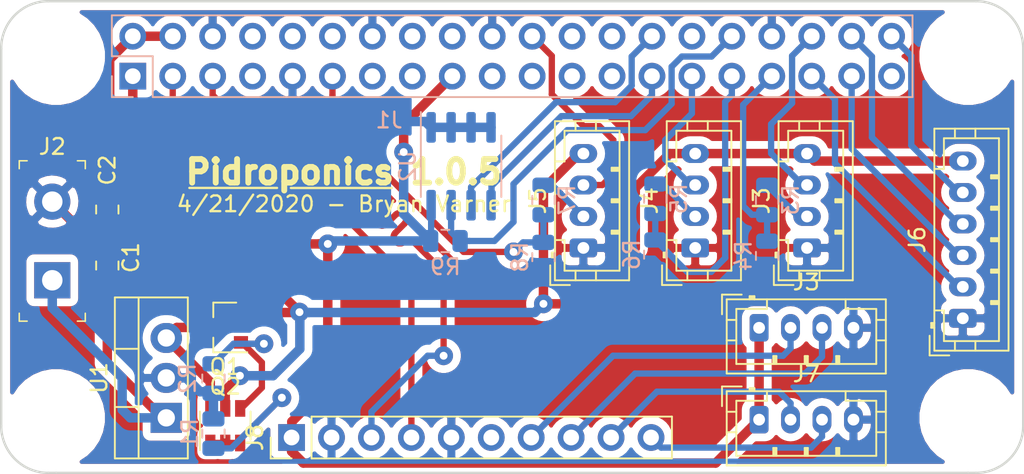
<source format=kicad_pcb>
(kicad_pcb (version 20171130) (host pcbnew 5.1.4+dfsg1-1)
  (title_block (title "Raspberry Pi Zero (W) uHAT Template Board") (date 2019-02-28) (rev 1.0) (comment 1 "This PCB design is licensed under MIT Open Source License."))
  (layers (0 F.Cu signal) (31 B.Cu signal) (34 B.Paste user) (35 F.Paste user) (36 B.SilkS user) (37 F.SilkS user) (38 B.Mask user) (39 F.Mask user) (44 Edge.Cuts user))
  (net 0 "")
  (net 1 +3V3)
  (net 2 +5V)
  (net 3 GND)
  (net 4 /GPIO5)
  (net 5 /GPIO6)
  (net 6 /GPIO13)
  (net 7 /GPIO19)
  (net 8 /GPIO16)
  (net 9 /GPIO26)
  (net 10 /GPIO20)
  (net 11 /GPIO21)
  (net 12 "Net-(C2-Pad1)")
  (net 13 "Net-(Q1-Pad1)")
  (net 14 "Net-(Q2-Pad1)")
  (net 15 /GPIO17)
  (net 16 /GPIO25)
  (net 17 /ECHO_0)
  (net 18 /ECHO_1)
  (net 19 /ECHO_2)
  (net 20 /ID_SD)
  (net 21 /ID_SC)
  (net 22 /GPIO12)
  (net 23 /P12V)
  (net 24 /GPIO2_SDA1)
  (net 25 /GPIO3_SCL1)
  (net 26 /A3)
  (net 27 /A2)
  (net 28 /A1)
  (net 29 /A0)
  (module Connector_JST:JST_PH_B4B-PH-K_1x04_P2.00mm_Vertical (layer F.Cu) (at 165.736 117.682)
    (fp_text reference J7 (at 3 -2.9) (layer F.SilkS))
    (fp_text value B4B-PH-K-S_LF__SN_)
    (pad 4 thru_hole oval (at 6 0) (size 1.2 1.75) (drill 0.75) (layers *.Cu *.Mask) (net 3 GND))
    (pad 3 thru_hole oval (at 4 0) (size 1.2 1.75) (drill 0.75) (layers *.Cu *.Mask) (net 26 /A3))
    (pad 2 thru_hole oval (at 2 0) (size 1.2 1.75) (drill 0.75) (layers *.Cu *.Mask) (net 27 /A2))
    (pad 1 thru_hole roundrect (at 0 0) (size 1.2 1.75) (drill 0.75) (layers *.Cu *.Mask) (roundrect_rratio 0.208) (net 1 +3V3))
  )
  (module Connector_JST:JST_PH_B4B-PH-K_1x04_P2.00mm_Vertical (layer F.Cu) (at 165.736 111.84)
    (fp_text reference J3 (at 3 -2.9) (layer F.SilkS))
    (fp_text value B4B-PH-K-S_LF__SN_)
    (pad 1 thru_hole roundrect (at 0 0) (size 1.2 1.75) (drill 0.75) (layers *.Cu *.Mask) (roundrect_rratio 0.208) (net 1 +3V3))
    (pad 2 thru_hole oval (at 2 0) (size 1.2 1.75) (drill 0.75) (layers *.Cu *.Mask) (net 29 /A0))
    (pad 3 thru_hole oval (at 4 0) (size 1.2 1.75) (drill 0.75) (layers *.Cu *.Mask) (net 28 /A1))
    (pad 4 thru_hole oval (at 6 0) (size 1.2 1.75) (drill 0.75) (layers *.Cu *.Mask) (net 3 GND))
  )
  (module Package_TO_SOT_SMD:SOT-23 (layer F.Cu) (at 131.782 111.818 180)
    (fp_text reference Q1 (at 0 -2.5) (layer F.SilkS))
    (fp_text value DMG2305UX-13)
    (pad 3 smd rect (at 1 0 180) (size 0.9 0.8) (layers F.Cu F.Paste F.Mask) (net 12 "Net-(C2-Pad1)"))
    (pad 2 smd rect (at -1 0.95 180) (size 0.9 0.8) (layers F.Cu F.Paste F.Mask) (net 2 +5V))
    (pad 1 smd rect (at -1 -0.95 180) (size 0.9 0.8) (layers F.Cu F.Paste F.Mask) (net 13 "Net-(Q1-Pad1)"))
  )
  (module Connector_JST:JST_PH_B4B-PH-K_1x04_P2.00mm_Vertical (layer F.Cu) (at 168.784 106.76 90)
    (fp_text reference J3 (at 3 -2.9 90) (layer F.SilkS))
    (fp_text value B4B-PH-K-S_LF__SN_)
    (pad 4 thru_hole oval (at 6 0 90) (size 1.2 1.75) (drill 0.75) (layers *.Cu *.Mask) (net 2 +5V))
    (pad 3 thru_hole oval (at 4 0 90) (size 1.2 1.75) (drill 0.75) (layers *.Cu *.Mask) (net 8 /GPIO16))
    (pad 2 thru_hole oval (at 2 0 90) (size 1.2 1.75) (drill 0.75) (layers *.Cu *.Mask) (net 17 /ECHO_0))
    (pad 1 thru_hole roundrect (at 0 0 90) (size 1.2 1.75) (drill 0.75) (layers *.Cu *.Mask) (roundrect_rratio 0.208333) (net 3 GND))
  )
  (module Connector_JST:JST_PH_B4B-PH-K_1x04_P2.00mm_Vertical (layer F.Cu) (at 154.56 106.76 90)
    (fp_text reference J5 (at 3 -2.9 90) (layer F.SilkS))
    (fp_text value B4B-PH-K-S_LF__SN_)
    (pad 4 thru_hole oval (at 6 0 90) (size 1.2 1.75) (drill 0.75) (layers *.Cu *.Mask) (net 2 +5V))
    (pad 3 thru_hole oval (at 4 0 90) (size 1.2 1.75) (drill 0.75) (layers *.Cu *.Mask) (net 16 /GPIO25))
    (pad 2 thru_hole oval (at 2 0 90) (size 1.2 1.75) (drill 0.75) (layers *.Cu *.Mask) (net 19 /ECHO_2))
    (pad 1 thru_hole roundrect (at 0 0 90) (size 1.2 1.75) (drill 0.75) (layers *.Cu *.Mask) (roundrect_rratio 0.208333) (net 3 GND))
  )
  (module Connector_JST:JST_PH_B6B-PH-K_1x06_P2.00mm_Vertical (layer F.Cu) (at 178.69 111.236 90)
    (fp_text reference J6 (at 5 -2.9 90) (layer F.SilkS))
    (fp_text value B6B-PH-K-S_LF__SN_)
    (pad 6 thru_hole oval (at 10 0 90) (size 1.2 1.75) (drill 0.75) (layers *.Cu *.Mask) (net 2 +5V))
    (pad 5 thru_hole oval (at 8 0 90) (size 1.2 1.75) (drill 0.75) (layers *.Cu *.Mask) (net 11 /GPIO21))
    (pad 4 thru_hole oval (at 6 0 90) (size 1.2 1.75) (drill 0.75) (layers *.Cu *.Mask) (net 10 /GPIO20))
    (pad 3 thru_hole oval (at 4 0 90) (size 1.2 1.75) (drill 0.75) (layers *.Cu *.Mask) (net 9 /GPIO26))
    (pad 2 thru_hole oval (at 2 0 90) (size 1.2 1.75) (drill 0.75) (layers *.Cu *.Mask) (net 7 /GPIO19))
    (pad 1 thru_hole roundrect (at 0 0 90) (size 1.2 1.75) (drill 0.75) (layers *.Cu *.Mask) (roundrect_rratio 0.208333) (net 3 GND))
  )
  (module Connector_JST:JST_PH_B4B-PH-K_1x04_P2.00mm_Vertical (layer F.Cu) (at 161.672 106.76 90)
    (fp_text reference J4 (at 3 -2.9 90) (layer F.SilkS))
    (fp_text value B4B-PH-K-S_LF__SN_)
    (pad 4 thru_hole oval (at 6 0 90) (size 1.2 1.75) (drill 0.75) (layers *.Cu *.Mask) (net 2 +5V))
    (pad 3 thru_hole oval (at 4 0 90) (size 1.2 1.75) (drill 0.75) (layers *.Cu *.Mask) (net 4 /GPIO5))
    (pad 2 thru_hole oval (at 2 0 90) (size 1.2 1.75) (drill 0.75) (layers *.Cu *.Mask) (net 18 /ECHO_1))
    (pad 1 thru_hole roundrect (at 0 0 90) (size 1.2 1.75) (drill 0.75) (layers *.Cu *.Mask) (roundrect_rratio 0.208333) (net 3 GND))
  )
  (module Package_TO_SOT_SMD:SOT-23-6 (layer F.Cu) (at 131.782 118.068 90)
    (fp_text reference Q2 (at 2.5 0 180) (layer F.SilkS))
    (fp_text value DMMT5401)
    (pad 5 smd rect (at 1.1 0 90) (size 1.06 0.65) (layers F.Cu F.Paste F.Mask) (net 2 +5V))
    (pad 6 smd rect (at 1.1 -0.95 90) (size 1.06 0.65) (layers F.Cu F.Paste F.Mask) (net 12 "Net-(C2-Pad1)"))
    (pad 4 smd rect (at 1.1 0.95 90) (size 1.06 0.65) (layers F.Cu F.Paste F.Mask) (net 13 "Net-(Q1-Pad1)"))
    (pad 3 smd rect (at -1.1 0.95 90) (size 1.06 0.65) (layers F.Cu F.Paste F.Mask) (net 14 "Net-(Q2-Pad1)"))
    (pad 2 smd rect (at -1.1 0 90) (size 1.06 0.65) (layers F.Cu F.Paste F.Mask) (net 14 "Net-(Q2-Pad1)"))
    (pad 1 smd rect (at -1.1 -0.95 90) (size 1.06 0.65) (layers F.Cu F.Paste F.Mask) (net 14 "Net-(Q2-Pad1)"))
  )
  (module Connector_PinHeader_2.54mm:PinHeader_1x10_P2.54mm_Vertical (layer F.Cu) (at 136.002 118.818 90)
    (fp_text reference J8 (at 0 -2.33 90) (layer F.SilkS))
    (fp_text value "TI ADS1115 Breakout")
    (pad 10 thru_hole oval (at 0 22.86 90) (size 1.7 1.7) (drill 1) (layers *.Cu *.Mask) (net 26 /A3))
    (pad 9 thru_hole oval (at 0 20.32 90) (size 1.7 1.7) (drill 1) (layers *.Cu *.Mask) (net 27 /A2))
    (pad 8 thru_hole oval (at 0 17.78 90) (size 1.7 1.7) (drill 1) (layers *.Cu *.Mask) (net 28 /A1))
    (pad 7 thru_hole oval (at 0 15.24 90) (size 1.7 1.7) (drill 1) (layers *.Cu *.Mask) (net 29 /A0))
    (pad 6 thru_hole oval (at 0 12.7 90) (size 1.7 1.7) (drill 1) (layers *.Cu *.Mask))
    (pad 5 thru_hole oval (at 0 10.16 90) (size 1.7 1.7) (drill 1) (layers *.Cu *.Mask) (net 3 GND))
    (pad 4 thru_hole oval (at 0 7.62 90) (size 1.7 1.7) (drill 1) (layers *.Cu *.Mask) (net 24 /GPIO2_SDA1))
    (pad 3 thru_hole oval (at 0 5.08 90) (size 1.7 1.7) (drill 1) (layers *.Cu *.Mask) (net 25 /GPIO3_SCL1))
    (pad 2 thru_hole oval (at 0 2.54 90) (size 1.7 1.7) (drill 1) (layers *.Cu *.Mask) (net 3 GND))
    (pad 1 thru_hole rect (at 0 0 90) (size 1.7 1.7) (drill 1) (layers *.Cu *.Mask) (net 1 +3V3))
  )
  (module Package_TO_SOT_THT:TO-220-3_Vertical (layer F.Cu) (at 128.032 117.568 90)
    (fp_text reference U1 (at 2.54 -4.27 90) (layer F.SilkS))
    (fp_text value LM7805_TO220)
    (pad 3 thru_hole oval (at 5.08 0 90) (size 1.905 2) (drill 1.1) (layers *.Cu *.Mask) (net 12 "Net-(C2-Pad1)"))
    (pad 2 thru_hole oval (at 2.54 0 90) (size 1.905 2) (drill 1.1) (layers *.Cu *.Mask) (net 3 GND))
    (pad 1 thru_hole rect (at 0 0 90) (size 1.905 2) (drill 1.1) (layers *.Cu *.Mask) (net 23 /P12V))
  )
  (module lib:PinSocket_2x20_P2.54mm_Vertical_Centered_Anchor (layer B.Cu) (at 125.902 95.838 270)
    (fp_text reference J1 (at 2.8 -16.3) (layer B.SilkS) (effects (justify mirror)))
    (fp_text value GPIO_CONNECTOR)
    (pad 1 thru_hole rect (at 0 0 270) (size 1.7 1.7) (drill 1) (layers *.Cu *.Mask) (net 1 +3V3))
    (pad 2 thru_hole oval (at -2.54 0 270) (size 1.7 1.7) (drill 1) (layers *.Cu *.Mask) (net 2 +5V))
    (pad 3 thru_hole oval (at 0 -2.54 270) (size 1.7 1.7) (drill 1) (layers *.Cu *.Mask) (net 24 /GPIO2_SDA1))
    (pad 4 thru_hole oval (at -2.54 -2.54 270) (size 1.7 1.7) (drill 1) (layers *.Cu *.Mask) (net 2 +5V))
    (pad 5 thru_hole oval (at 0 -5.08 270) (size 1.7 1.7) (drill 1) (layers *.Cu *.Mask) (net 25 /GPIO3_SCL1))
    (pad 6 thru_hole oval (at -2.54 -5.08 270) (size 1.7 1.7) (drill 1) (layers *.Cu *.Mask) (net 3 GND))
    (pad 7 thru_hole oval (at 0 -7.62 270) (size 1.7 1.7) (drill 1) (layers *.Cu *.Mask))
    (pad 8 thru_hole oval (at -2.54 -7.62 270) (size 1.7 1.7) (drill 1) (layers *.Cu *.Mask))
    (pad 9 thru_hole oval (at 0 -10.16 270) (size 1.7 1.7) (drill 1) (layers *.Cu *.Mask) (net 3 GND))
    (pad 10 thru_hole oval (at -2.54 -10.16 270) (size 1.7 1.7) (drill 1) (layers *.Cu *.Mask))
    (pad 11 thru_hole oval (at 0 -12.7 270) (size 1.7 1.7) (drill 1) (layers *.Cu *.Mask) (net 15 /GPIO17))
    (pad 12 thru_hole oval (at -2.54 -12.7 270) (size 1.7 1.7) (drill 1) (layers *.Cu *.Mask))
    (pad 13 thru_hole oval (at 0 -15.24 270) (size 1.7 1.7) (drill 1) (layers *.Cu *.Mask))
    (pad 14 thru_hole oval (at -2.54 -15.24 270) (size 1.7 1.7) (drill 1) (layers *.Cu *.Mask) (net 3 GND))
    (pad 15 thru_hole oval (at 0 -17.78 270) (size 1.7 1.7) (drill 1) (layers *.Cu *.Mask))
    (pad 16 thru_hole oval (at -2.54 -17.78 270) (size 1.7 1.7) (drill 1) (layers *.Cu *.Mask))
    (pad 17 thru_hole oval (at 0 -20.32 270) (size 1.7 1.7) (drill 1) (layers *.Cu *.Mask) (net 1 +3V3))
    (pad 18 thru_hole oval (at -2.54 -20.32 270) (size 1.7 1.7) (drill 1) (layers *.Cu *.Mask))
    (pad 19 thru_hole oval (at 0 -22.86 270) (size 1.7 1.7) (drill 1) (layers *.Cu *.Mask))
    (pad 20 thru_hole oval (at -2.54 -22.86 270) (size 1.7 1.7) (drill 1) (layers *.Cu *.Mask) (net 3 GND))
    (pad 21 thru_hole oval (at 0 -25.4 270) (size 1.7 1.7) (drill 1) (layers *.Cu *.Mask))
    (pad 22 thru_hole oval (at -2.54 -25.4 270) (size 1.7 1.7) (drill 1) (layers *.Cu *.Mask) (net 16 /GPIO25))
    (pad 23 thru_hole oval (at 0 -27.94 270) (size 1.7 1.7) (drill 1) (layers *.Cu *.Mask))
    (pad 24 thru_hole oval (at -2.54 -27.94 270) (size 1.7 1.7) (drill 1) (layers *.Cu *.Mask))
    (pad 25 thru_hole oval (at 0 -30.48 270) (size 1.7 1.7) (drill 1) (layers *.Cu *.Mask))
    (pad 26 thru_hole oval (at -2.54 -30.48 270) (size 1.7 1.7) (drill 1) (layers *.Cu *.Mask))
    (pad 27 thru_hole oval (at 0 -33.02 270) (size 1.7 1.7) (drill 1) (layers *.Cu *.Mask) (net 20 /ID_SD))
    (pad 28 thru_hole oval (at -2.54 -33.02 270) (size 1.7 1.7) (drill 1) (layers *.Cu *.Mask) (net 21 /ID_SC))
    (pad 29 thru_hole oval (at 0 -35.56 270) (size 1.7 1.7) (drill 1) (layers *.Cu *.Mask) (net 4 /GPIO5))
    (pad 30 thru_hole oval (at -2.54 -35.56 270) (size 1.7 1.7) (drill 1) (layers *.Cu *.Mask))
    (pad 31 thru_hole oval (at 0 -38.1 270) (size 1.7 1.7) (drill 1) (layers *.Cu *.Mask) (net 5 /GPIO6))
    (pad 32 thru_hole oval (at -2.54 -38.1 270) (size 1.7 1.7) (drill 1) (layers *.Cu *.Mask) (net 22 /GPIO12))
    (pad 33 thru_hole oval (at 0 -40.64 270) (size 1.7 1.7) (drill 1) (layers *.Cu *.Mask) (net 6 /GPIO13))
    (pad 34 thru_hole oval (at -2.54 -40.64 270) (size 1.7 1.7) (drill 1) (layers *.Cu *.Mask) (net 3 GND))
    (pad 35 thru_hole oval (at 0 -43.18 270) (size 1.7 1.7) (drill 1) (layers *.Cu *.Mask) (net 7 /GPIO19))
    (pad 36 thru_hole oval (at -2.54 -43.18 270) (size 1.7 1.7) (drill 1) (layers *.Cu *.Mask) (net 8 /GPIO16))
    (pad 37 thru_hole oval (at 0 -45.72 270) (size 1.7 1.7) (drill 1) (layers *.Cu *.Mask) (net 9 /GPIO26))
    (pad 38 thru_hole oval (at -2.54 -45.72 270) (size 1.7 1.7) (drill 1) (layers *.Cu *.Mask) (net 10 /GPIO20))
    (pad 39 thru_hole oval (at 0 -48.26 270) (size 1.7 1.7) (drill 1) (layers *.Cu *.Mask))
    (pad 40 thru_hole oval (at -2.54 -48.26 270) (size 1.7 1.7) (drill 1) (layers *.Cu *.Mask) (net 11 /GPIO21))
  )
  (module digikey-footprints:Terminal_Block_D1.3mm_P5mm (layer F.Cu) (at 120.782 108.818 90)
    (fp_text reference J2 (at 8.5 0 180) (layer F.SilkS))
    (fp_text value 1935161)
    (pad 2 thru_hole circle (at 5 0 90) (size 2.3 2.3) (drill 1.3) (layers *.Cu *.Mask) (net 3 GND))
    (pad 1 thru_hole rect (at 0 0 90) (size 2.3 2.3) (drill 1.3) (layers *.Cu *.Mask) (net 23 /P12V))
  )
  (module Resistor_SMD:R_0805_2012Metric (layer B.Cu) (at 166.244 103.712 270)
    (fp_text reference R3 (at 0 -1.5 270) (layer B.SilkS) (effects (justify mirror)))
    (fp_text value 3k)
    (pad 2 smd roundrect (at 0.9375 0 270) (size 0.975 1.4) (layers B.Cu B.Paste B.Mask) (net 6 /GPIO13))
    (pad 1 smd roundrect (at -0.9375 0 270) (size 0.975 1.4) (layers B.Cu B.Paste B.Mask) (net 17 /ECHO_0))
  )
  (module Resistor_SMD:R_0805_2012Metric (layer B.Cu) (at 166.244 107.268 270)
    (fp_text reference R4 (at 0 1.5 270) (layer B.SilkS) (effects (justify mirror)))
    (fp_text value 3.9k)
    (pad 2 smd roundrect (at 0.9375 0 270) (size 0.975 1.4) (layers B.Cu B.Paste B.Mask) (net 3 GND))
    (pad 1 smd roundrect (at -0.9375 0 270) (size 0.975 1.4) (layers B.Cu B.Paste B.Mask) (net 6 /GPIO13))
  )
  (module Resistor_SMD:R_0805_2012Metric (layer B.Cu) (at 159.132 103.6335 270)
    (fp_text reference R5 (at 0 -1.5 270) (layer B.SilkS) (effects (justify mirror)))
    (fp_text value 3k)
    (pad 2 smd roundrect (at 0.9375 0 270) (size 0.975 1.4) (layers B.Cu B.Paste B.Mask) (net 5 /GPIO6))
    (pad 1 smd roundrect (at -0.9375 0 270) (size 0.975 1.4) (layers B.Cu B.Paste B.Mask) (net 18 /ECHO_1))
  )
  (module Resistor_SMD:R_0805_2012Metric (layer B.Cu) (at 159.132 107.1895 270)
    (fp_text reference R6 (at 0 1.5 270) (layer B.SilkS) (effects (justify mirror)))
    (fp_text value 3.9k)
    (pad 2 smd roundrect (at 0.9375 0 270) (size 0.975 1.4) (layers B.Cu B.Paste B.Mask) (net 3 GND))
    (pad 1 smd roundrect (at -0.9375 0 270) (size 0.975 1.4) (layers B.Cu B.Paste B.Mask) (net 5 /GPIO6))
  )
  (module Resistor_SMD:R_0805_2012Metric (layer B.Cu) (at 152.02 103.712 270)
    (fp_text reference R7 (at 0 -1.5 270) (layer B.SilkS) (effects (justify mirror)))
    (fp_text value 3k)
    (pad 2 smd roundrect (at 0.9375 0 270) (size 0.975 1.4) (layers B.Cu B.Paste B.Mask) (net 15 /GPIO17))
    (pad 1 smd roundrect (at -0.9375 0 270) (size 0.975 1.4) (layers B.Cu B.Paste B.Mask) (net 19 /ECHO_2))
  )
  (module Resistor_SMD:R_0805_2012Metric (layer B.Cu) (at 152.02 107.3465 270)
    (fp_text reference R8 (at 0 1.5 270) (layer B.SilkS) (effects (justify mirror)))
    (fp_text value 3.9k)
    (pad 2 smd roundrect (at 0.9375 0 270) (size 0.975 1.4) (layers B.Cu B.Paste B.Mask) (net 3 GND))
    (pad 1 smd roundrect (at -0.9375 0 270) (size 0.975 1.4) (layers B.Cu B.Paste B.Mask) (net 15 /GPIO17))
  )
  (module Resistor_SMD:R_0805_2012Metric (layer B.Cu) (at 145.782 106.318)
    (fp_text reference R9 (at 0 1.65 180) (layer B.SilkS) (effects (justify mirror)))
    (fp_text value 10K)
    (pad 2 smd roundrect (at 0.9375 0) (size 0.975 1.4) (layers B.Cu B.Paste B.Mask) (net 22 /GPIO12))
    (pad 1 smd roundrect (at -0.9375 0) (size 0.975 1.4) (layers B.Cu B.Paste B.Mask) (net 1 +3V3))
  )
  (module Package_SO:SOIC-8_3.9x4.9mm_P1.27mm (layer B.Cu) (at 146.782 101.568 270)
    (fp_text reference U2 (at 0 3.4 270) (layer B.SilkS) (effects (justify mirror)))
    (fp_text value CAT24C128)
    (pad 8 smd roundrect (at 2.475 1.905 270) (size 1.95 0.6) (layers B.Cu B.Paste B.Mask) (net 1 +3V3))
    (pad 7 smd roundrect (at 2.475 0.635 270) (size 1.95 0.6) (layers B.Cu B.Paste B.Mask) (net 22 /GPIO12))
    (pad 6 smd roundrect (at 2.475 -0.635 270) (size 1.95 0.6) (layers B.Cu B.Paste B.Mask) (net 21 /ID_SC))
    (pad 5 smd roundrect (at 2.475 -1.905 270) (size 1.95 0.6) (layers B.Cu B.Paste B.Mask) (net 20 /ID_SD))
    (pad 4 smd roundrect (at -2.475 -1.905 270) (size 1.95 0.6) (layers B.Cu B.Paste B.Mask) (net 3 GND))
    (pad 3 smd roundrect (at -2.475 -0.635 270) (size 1.95 0.6) (layers B.Cu B.Paste B.Mask) (net 3 GND))
    (pad 2 smd roundrect (at -2.475 0.635 270) (size 1.95 0.6) (layers B.Cu B.Paste B.Mask) (net 3 GND))
    (pad 1 smd roundrect (at -2.475 1.905 270) (size 1.95 0.6) (layers B.Cu B.Paste B.Mask) (net 3 GND))
  )
  (module Resistor_SMD:R_0805_2012Metric (layer B.Cu) (at 131.032 115.068 270)
    (fp_text reference R2 (at 0 1.65 90) (layer B.SilkS) (effects (justify mirror)))
    (fp_text value 47K)
    (pad 2 smd roundrect (at 0.9375 0 270) (size 0.975 1.4) (layers B.Cu B.Paste B.Mask) (net 3 GND))
    (pad 1 smd roundrect (at -0.9375 0 270) (size 0.975 1.4) (layers B.Cu B.Paste B.Mask) (net 13 "Net-(Q1-Pad1)"))
  )
  (module Resistor_SMD:R_0805_2012Metric (layer B.Cu) (at 131.032 118.568 90)
    (fp_text reference R1 (at 0 -1.5 270) (layer B.SilkS) (effects (justify mirror)))
    (fp_text value 10K)
    (pad 2 smd roundrect (at 0.9375 0 90) (size 0.975 1.4) (layers B.Cu B.Paste B.Mask) (net 3 GND))
    (pad 1 smd roundrect (at -0.9375 0 90) (size 0.975 1.4) (layers B.Cu B.Paste B.Mask) (net 14 "Net-(Q2-Pad1)"))
  )
  (module Capacitor_SMD:C_0805_2012Metric (layer F.Cu) (at 124.282 107.8805 90)
    (fp_text reference C1 (at 0.5 1.5 90) (layer F.SilkS))
    (fp_text value 10uf)
    (pad 2 smd roundrect (at 0.9375 0 90) (size 0.975 1.4) (layers F.Cu F.Paste F.Mask) (net 3 GND))
    (pad 1 smd roundrect (at -0.9375 0 90) (size 0.975 1.4) (layers F.Cu F.Paste F.Mask) (net 23 /P12V))
  )
  (module Capacitor_SMD:C_0805_2012Metric (layer F.Cu) (at 124.282 104.318 270)
    (fp_text reference C2 (at -2.5 0 90) (layer F.SilkS))
    (fp_text value 10uf)
    (pad 2 smd roundrect (at 0.9375 0 270) (size 0.975 1.4) (layers F.Cu F.Paste F.Mask) (net 3 GND))
    (pad 1 smd roundrect (at -0.9375 0 270) (size 0.975 1.4) (layers F.Cu F.Paste F.Mask) (net 12 "Net-(C2-Pad1)"))
  )
  (module lib:MountingHole_2.7mm_M2.5_uHAT_RPi (layer F.Cu) (at 121.032 94.568)
    (fp_text reference H1 hide)
    (fp_text value MountingHole hide)
    (pad "" np_thru_hole circle (at 0 0) (size 2.7 2.7) (drill 2.7) (layers *.Cu *.Mask) (clearance 1.75))
  )
  (module lib:MountingHole_2.7mm_M2.5_uHAT_RPi (layer F.Cu) (at 179.032 94.568)
    (fp_text reference H2 hide)
    (fp_text value MountingHole hide)
    (pad "" np_thru_hole circle (at 0 0) (size 2.7 2.7) (drill 2.7) (layers *.Cu *.Mask) (clearance 1.75))
  )
  (module lib:MountingHole_2.7mm_M2.5_uHAT_RPi (layer F.Cu) (at 179.032 117.568)
    (fp_text reference H3 hide)
    (fp_text value MountingHole hide)
    (pad "" np_thru_hole circle (at 0 0) (size 2.7 2.7) (drill 2.7) (layers *.Cu *.Mask) (clearance 1.75))
  )
  (module lib:MountingHole_2.7mm_M2.5_uHAT_RPi (layer F.Cu) (at 121.032 117.568)
    (fp_text reference H4 hide)
    (fp_text value MountingHole hide)
    (pad "" np_thru_hole circle (at 0 0) (size 2.7 2.7) (drill 2.7) (layers *.Cu *.Mask) (clearance 1.75))
  )
  (gr_line (start 135.957986 102.948288) (end 142.368 102.95) (layer F.SilkS) (width 0.15))
  (gr_line (start 129.502388 102.945347) (end 135.075542 102.945347) (layer F.SilkS) (width 0.15))
  (gr_text "4/21/2020 - Bryan Varner" (at 139.32 103.966) (layer F.SilkS) (effects (font (size 1 1))))
  (gr_text "Pidroponics 1.0.5" (at 139.32 101.934) (layer F.SilkS) (effects (font (size 1.5 1.5) (thickness 0.375))))
  (gr_line (start 121.032 121.068) (end 120.532 121.068) (layer Edge.Cuts) (width 0.15))
  (gr_line (start 179.032 121.068) (end 179.532 121.068) (layer Edge.Cuts) (width 0.15))
  (gr_line (start 182.532 94.068) (end 182.532 118.068) (layer Edge.Cuts) (width 0.15))
  (gr_line (start 120.532 91.068) (end 179.532 91.068) (layer Edge.Cuts) (width 0.15))
  (gr_line (start 117.532 118.068) (end 117.532 94.068) (layer Edge.Cuts) (width 0.15))
  (gr_arc (start 120.532 94.068) (end 120.532 91.068) (angle -90) (layer Edge.Cuts) (width 0.15))
  (gr_arc (start 120.532 118.068) (end 117.532 118.068) (angle -90) (layer Edge.Cuts) (width 0.15))
  (gr_arc (start 179.532 118.068) (end 179.532 121.068) (angle -90) (layer Edge.Cuts) (width 0.15))
  (gr_arc (start 179.532 94.068) (end 182.532 94.068) (angle -90) (layer Edge.Cuts) (width 0.15))
  (gr_line (start 121.032 121.068) (end 179.032 121.068) (layer Edge.Cuts) (width 0.15))
  (segment (start 144.877 106.2855) (end 144.8445 106.318) (width 0.4) (layer B.Cu) (net 1))
  (segment (start 144.877 104.043) (end 144.877 106.2855) (width 0.4) (layer B.Cu) (net 1))
  (segment (start 143.13 104.6035) (end 143.13 101.229683) (width 0.6) (layer B.Cu) (net 1))
  (segment (start 143.13 98.93) (end 143.13 100.098313) (width 0.6) (layer F.Cu) (net 1))
  (segment (start 144.8445 106.318) (end 143.13 104.6035) (width 0.6) (layer B.Cu) (net 1))
  (segment (start 143.13 100.098313) (end 143.13 100.663998) (width 0.6) (layer F.Cu) (net 1))
  (segment (start 146.222 95.838) (end 143.13 98.93) (width 0.6) (layer F.Cu) (net 1))
  (segment (start 143.13 101.229683) (end 143.13 100.664) (width 0.6) (layer B.Cu) (net 1))
  (segment (start 125.902 95.838) (end 125.902 97.288) (width 0.6) (layer F.Cu) (net 1))
  (segment (start 144.8445 106.318) (end 138.492 106.318) (width 0.6) (layer B.Cu) (net 1))
  (segment (start 135.12 106.506) (end 137.738315 106.506) (width 0.6) (layer F.Cu) (net 1))
  (segment (start 137.738315 106.506) (end 138.304 106.506) (width 0.6) (layer F.Cu) (net 1))
  (segment (start 138.492 106.318) (end 138.304 106.506) (width 0.6) (layer B.Cu) (net 1))
  (segment (start 125.902 97.288) (end 135.12 106.506) (width 0.6) (layer F.Cu) (net 1))
  (segment (start 138.304 107.071685) (end 138.304 106.506) (width 0.6) (layer F.Cu) (net 1))
  (segment (start 138.304 115.523) (end 138.304 107.071685) (width 0.6) (layer F.Cu) (net 1))
  (segment (start 136.018 117.809) (end 138.304 115.523) (width 0.6) (layer F.Cu) (net 1))
  (segment (start 136.002 118.818) (end 136.018 118.802) (width 0.6) (layer F.Cu) (net 1))
  (segment (start 136.018 118.802) (end 136.018 117.809) (width 0.6) (layer F.Cu) (net 1))
  (segment (start 138.304 106.506) (end 138.304 106.506) (width 0.6) (layer B.Cu) (net 1))
  (via (at 138.304 106.506) (size 1.2) (drill 0.5) (layers F.Cu B.Cu) (net 1))
  (segment (start 143.13 100.664) (end 143.13 100.663998) (width 0.6) (layer B.Cu) (net 1))
  (via (at 143.13 100.664) (size 1.2) (drill 0.5) (layers F.Cu B.Cu) (net 1))
  (segment (start 136.74699 120.44299) (end 162.97501 120.44299) (width 0.6) (layer F.Cu) (net 1))
  (segment (start 162.97501 120.44299) (end 165.06529 118.35271) (width 0.6) (layer F.Cu) (net 1))
  (segment (start 136.002 118.818) (end 136.002 119.698) (width 0.6) (layer F.Cu) (net 1))
  (segment (start 165.06529 118.35271) (end 165.736 117.682) (width 0.6) (layer F.Cu) (net 1))
  (segment (start 136.002 119.698) (end 136.74699 120.44299) (width 0.6) (layer F.Cu) (net 1))
  (segment (start 165.736 111.84) (end 165.736 117.682) (width 0.6) (layer F.Cu) (net 1))
  (segment (start 128.442 93.298) (end 125.902 93.298) (width 0.6) (layer F.Cu) (net 2))
  (segment (start 132.316001 115.287999) (end 132.716 114.888) (width 0.6) (layer F.Cu) (net 2))
  (segment (start 131.782 116.968) (end 131.782 115.822) (width 0.6) (layer F.Cu) (net 2))
  (segment (start 131.782 115.822) (end 132.316001 115.287999) (width 0.6) (layer F.Cu) (net 2))
  (segment (start 169.26 101.236) (end 168.784 100.76) (width 0.6) (layer F.Cu) (net 2))
  (segment (start 178.69 101.236) (end 169.26 101.236) (width 0.6) (layer F.Cu) (net 2))
  (segment (start 167.309 100.76) (end 161.672 100.76) (width 0.6) (layer F.Cu) (net 2))
  (segment (start 168.784 100.76) (end 167.309 100.76) (width 0.6) (layer F.Cu) (net 2))
  (segment (start 154.285 100.76) (end 152.019996 103.025004) (width 0.6) (layer F.Cu) (net 2))
  (segment (start 152.019996 103.025004) (end 152.019996 109.750315) (width 0.6) (layer F.Cu) (net 2))
  (segment (start 152.019996 109.750315) (end 152.019996 110.316) (width 0.6) (layer F.Cu) (net 2))
  (segment (start 154.56 100.76) (end 154.285 100.76) (width 0.6) (layer F.Cu) (net 2))
  (segment (start 132.832 110.868) (end 132.944345 110.868) (width 0.6) (layer F.Cu) (net 2))
  (segment (start 157.862 102.95) (end 160.052 100.76) (width 0.6) (layer F.Cu) (net 2))
  (segment (start 160.052 100.76) (end 161.672 100.76) (width 0.6) (layer F.Cu) (net 2))
  (segment (start 152.019996 110.316) (end 152.02 110.316) (width 0.6) (layer F.Cu) (net 2))
  (segment (start 157.862 106.76) (end 157.862 102.95) (width 0.6) (layer F.Cu) (net 2))
  (segment (start 154.306 110.316) (end 157.862 106.76) (width 0.6) (layer F.Cu) (net 2))
  (segment (start 132.782 110.868) (end 136.525987 110.868) (width 0.6) (layer F.Cu) (net 2))
  (segment (start 152.019996 110.316) (end 151.468009 110.867987) (width 0.6) (layer B.Cu) (net 2))
  (segment (start 137.091685 110.867987) (end 136.526 110.867987) (width 0.6) (layer B.Cu) (net 2))
  (segment (start 151.468009 110.867987) (end 137.091685 110.867987) (width 0.6) (layer B.Cu) (net 2))
  (segment (start 136.126001 110.467988) (end 136.504007 110.845993) (width 0.6) (layer F.Cu) (net 2))
  (segment (start 124.432001 98.773988) (end 136.126001 110.467988) (width 0.6) (layer F.Cu) (net 2))
  (segment (start 136.525987 110.868) (end 136.526 110.867987) (width 0.6) (layer F.Cu) (net 2))
  (segment (start 124.432001 94.767999) (end 124.432001 98.773988) (width 0.6) (layer F.Cu) (net 2))
  (segment (start 125.902 93.298) (end 124.432001 94.767999) (width 0.6) (layer F.Cu) (net 2))
  (segment (start 132.716 114.888) (end 132.716 114.888) (width 0.6) (layer F.Cu) (net 2))
  (via (at 132.716 114.888) (size 1.2) (drill 0.5) (layers F.Cu B.Cu) (net 2))
  (segment (start 134.823998 114.888) (end 136.526 113.185998) (width 0.6) (layer B.Cu) (net 2))
  (segment (start 132.716 114.888) (end 134.823998 114.888) (width 0.6) (layer B.Cu) (net 2))
  (segment (start 136.526 111.433672) (end 136.526 110.867987) (width 0.6) (layer B.Cu) (net 2))
  (segment (start 136.526 113.185998) (end 136.526 111.433672) (width 0.6) (layer B.Cu) (net 2))
  (segment (start 136.504007 110.845993) (end 136.526 110.867987) (width 0.6) (layer F.Cu) (net 2))
  (via (at 136.504007 110.845993) (size 1.2) (drill 0.5) (layers F.Cu B.Cu) (net 2))
  (segment (start 152.02 110.316) (end 154.306 110.316) (width 0.6) (layer F.Cu) (net 2))
  (via (at 152.02 110.316) (size 1.2) (drill 0.5) (layers F.Cu B.Cu) (net 2))
  (segment (start 124.282 106.943) (end 124.282 105.2555) (width 0.6) (layer F.Cu) (net 3))
  (segment (start 148.687 99.093) (end 147.417 99.093) (width 0.6) (layer B.Cu) (net 3))
  (segment (start 147.417 99.093) (end 146.147 99.093) (width 0.6) (layer B.Cu) (net 3))
  (segment (start 146.147 99.093) (end 144.877 99.093) (width 0.6) (layer B.Cu) (net 3))
  (segment (start 131.032 116.0055) (end 131.032 117.6305) (width 0.6) (layer B.Cu) (net 3))
  (segment (start 144.50629 98.72229) (end 143.47429 98.72229) (width 0.6) (layer B.Cu) (net 3))
  (segment (start 144.877 99.093) (end 144.50629 98.72229) (width 0.6) (layer B.Cu) (net 3))
  (segment (start 130.9305 115.904) (end 131.032 116.0055) (width 0.6) (layer B.Cu) (net 3))
  (segment (start 128.032 115.028) (end 129.3 115.028) (width 0.6) (layer B.Cu) (net 3))
  (segment (start 130.176 115.904) (end 130.9305 115.904) (width 0.6) (layer B.Cu) (net 3))
  (segment (start 129.3 115.028) (end 130.176 115.904) (width 0.6) (layer B.Cu) (net 3))
  (segment (start 122.2195 105.2555) (end 120.782 103.818) (width 0.6) (layer F.Cu) (net 3))
  (segment (start 124.282 105.2555) (end 122.2195 105.2555) (width 0.6) (layer F.Cu) (net 3))
  (segment (start 161.397 102.76) (end 161.672 102.76) (width 0.4) (layer B.Cu) (net 4))
  (segment (start 159.767 101.13) (end 161.397 102.76) (width 0.4) (layer B.Cu) (net 4))
  (segment (start 159.767 99.902) (end 159.767 101.13) (width 0.4) (layer B.Cu) (net 4))
  (segment (start 161.462 95.838) (end 161.462 98.207) (width 0.4) (layer B.Cu) (net 4))
  (segment (start 161.462 98.207) (end 159.767 99.902) (width 0.4) (layer B.Cu) (net 4))
  (segment (start 163.958 95.882) (end 164.002 95.838) (width 0.25) (layer F.Cu) (net 5))
  (segment (start 159.132 104.571) (end 159.132 106.252) (width 0.4) (layer B.Cu) (net 5))
  (segment (start 164.002 97.040081) (end 164.002 95.838) (width 0.4) (layer B.Cu) (net 5))
  (segment (start 161.164 108.284) (end 162.688 108.284) (width 0.4) (layer B.Cu) (net 5))
  (segment (start 162.688 108.284) (end 163.577 107.395) (width 0.4) (layer B.Cu) (net 5))
  (segment (start 163.577 97.465081) (end 164.002 97.040081) (width 0.4) (layer B.Cu) (net 5))
  (segment (start 159.132 106.252) (end 161.164 108.284) (width 0.4) (layer B.Cu) (net 5))
  (segment (start 163.577 107.395) (end 163.577 97.465081) (width 0.4) (layer B.Cu) (net 5))
  (segment (start 165.692001 96.687999) (end 166.542 95.838) (width 0.4) (layer B.Cu) (net 6))
  (segment (start 164.72 97.66) (end 165.692001 96.687999) (width 0.4) (layer B.Cu) (net 6))
  (segment (start 166.244 104.6495) (end 165.2765 104.6495) (width 0.4) (layer B.Cu) (net 6))
  (segment (start 164.72 104.093) (end 164.72 97.66) (width 0.4) (layer B.Cu) (net 6))
  (segment (start 165.2765 104.6495) (end 164.72 104.093) (width 0.4) (layer B.Cu) (net 6))
  (segment (start 166.244 104.6495) (end 166.244 106.3305) (width 0.4) (layer B.Cu) (net 6))
  (segment (start 170.562 101.383) (end 178.415 109.236) (width 0.4) (layer B.Cu) (net 7))
  (segment (start 169.082 95.838) (end 170.562 97.318) (width 0.4) (layer B.Cu) (net 7))
  (segment (start 178.415 109.236) (end 178.69 109.236) (width 0.4) (layer B.Cu) (net 7))
  (segment (start 170.562 97.318) (end 170.562 101.383) (width 0.4) (layer B.Cu) (net 7))
  (segment (start 169.082 93.298) (end 169.081991 93.298009) (width 0.25) (layer F.Cu) (net 8))
  (segment (start 168.232001 94.147999) (end 169.082 93.298) (width 0.4) (layer B.Cu) (net 8))
  (segment (start 168.509 102.76) (end 166.498 100.749) (width 0.4) (layer B.Cu) (net 8))
  (segment (start 166.498 100.749) (end 166.498 98.886) (width 0.4) (layer B.Cu) (net 8))
  (segment (start 168.784 102.76) (end 168.509 102.76) (width 0.4) (layer B.Cu) (net 8))
  (segment (start 167.831999 94.548001) (end 168.232001 94.147999) (width 0.4) (layer B.Cu) (net 8))
  (segment (start 166.498 98.886) (end 167.831999 97.552001) (width 0.4) (layer B.Cu) (net 8))
  (segment (start 167.831999 97.552001) (end 167.831999 94.548001) (width 0.4) (layer B.Cu) (net 8))
  (segment (start 178.415 107.236) (end 178.69 107.236) (width 0.4) (layer B.Cu) (net 9))
  (segment (start 171.622 100.443) (end 178.415 107.236) (width 0.4) (layer B.Cu) (net 9))
  (segment (start 171.622 95.838) (end 171.622 100.443) (width 0.4) (layer B.Cu) (net 9))
  (segment (start 178.415 105.236) (end 178.69 105.236) (width 0.4) (layer B.Cu) (net 10))
  (segment (start 172.911999 99.732999) (end 178.415 105.236) (width 0.4) (layer B.Cu) (net 10))
  (segment (start 172.911999 94.587999) (end 172.911999 99.732999) (width 0.4) (layer B.Cu) (net 10))
  (segment (start 171.622 93.298) (end 172.911999 94.587999) (width 0.4) (layer B.Cu) (net 10))
  (segment (start 175.412001 100.233001) (end 178.415 103.236) (width 0.4) (layer B.Cu) (net 11))
  (segment (start 178.415 103.236) (end 178.69 103.236) (width 0.4) (layer B.Cu) (net 11))
  (segment (start 175.412001 94.548001) (end 175.412001 100.233001) (width 0.4) (layer B.Cu) (net 11))
  (segment (start 174.162 93.298) (end 175.412001 94.548001) (width 0.4) (layer B.Cu) (net 11))
  (segment (start 128.1745 112.6305) (end 128.032 112.488) (width 0.25) (layer F.Cu) (net 12))
  (segment (start 130.782 110.818) (end 130.782 111.818) (width 0.6) (layer F.Cu) (net 12))
  (segment (start 130.782 108.304999) (end 130.782 110.818) (width 0.6) (layer F.Cu) (net 12))
  (segment (start 124.282 103.3805) (end 124.4585 103.204) (width 0.6) (layer F.Cu) (net 12))
  (segment (start 125.681001 103.204) (end 130.782 108.304999) (width 0.6) (layer F.Cu) (net 12))
  (segment (start 124.4585 103.204) (end 125.681001 103.204) (width 0.6) (layer F.Cu) (net 12))
  (segment (start 128.702 111.818) (end 128.032 112.488) (width 0.6) (layer F.Cu) (net 12))
  (segment (start 130.782 111.818) (end 128.702 111.818) (width 0.6) (layer F.Cu) (net 12))
  (segment (start 130.832 115.288) (end 130.832 116.968) (width 0.6) (layer F.Cu) (net 12))
  (segment (start 128.032 112.488) (end 130.832 115.288) (width 0.6) (layer F.Cu) (net 12))
  (via (at 134.24 112.856) (size 1.2) (drill 0.5) (layers F.Cu B.Cu) (net 13))
  (segment (start 131.032 114.1305) (end 132.3065 112.856) (width 0.4) (layer B.Cu) (net 13))
  (segment (start 132.3065 112.856) (end 134.24 112.856) (width 0.4) (layer B.Cu) (net 13))
  (segment (start 132.87 112.856) (end 132.782 112.768) (width 0.4) (layer F.Cu) (net 13))
  (segment (start 134.24 112.856) (end 132.87 112.856) (width 0.4) (layer F.Cu) (net 13))
  (segment (start 134.113 114.049) (end 134.113 115.65) (width 0.4) (layer F.Cu) (net 13))
  (segment (start 134.113 115.65) (end 132.795 116.968) (width 0.4) (layer F.Cu) (net 13))
  (segment (start 132.782 112.768) (end 132.832 112.768) (width 0.4) (layer F.Cu) (net 13))
  (segment (start 132.795 116.968) (end 132.732 116.968) (width 0.4) (layer F.Cu) (net 13))
  (segment (start 132.832 112.768) (end 134.113 114.049) (width 0.4) (layer F.Cu) (net 13))
  (segment (start 130.832 119.168) (end 131.782 119.168) (width 0.4) (layer F.Cu) (net 14))
  (segment (start 131.782 119.168) (end 132.732 119.168) (width 0.4) (layer F.Cu) (net 14))
  (segment (start 132.5 119.168) (end 134.783001 116.884999) (width 0.4) (layer F.Cu) (net 14))
  (segment (start 132.1625 119.5055) (end 134.783001 116.884999) (width 0.4) (layer B.Cu) (net 14))
  (segment (start 134.783001 116.884999) (end 135.383 116.285) (width 0.4) (layer B.Cu) (net 14))
  (segment (start 134.783001 116.884999) (end 135.383 116.285) (width 0.4) (layer F.Cu) (net 14))
  (via (at 135.383 116.285) (size 1.2) (drill 0.5) (layers F.Cu B.Cu) (net 14))
  (segment (start 131.032 119.5055) (end 132.1625 119.5055) (width 0.4) (layer B.Cu) (net 14))
  (segment (start 130.832 119.168) (end 132.5 119.168) (width 0.4) (layer F.Cu) (net 14))
  (segment (start 138.9145 95.838) (end 138.602 95.838) (width 0.25) (layer B.Cu) (net 15))
  (segment (start 152.02 104.6495) (end 152.02 106.409) (width 0.4) (layer B.Cu) (net 15))
  (via (at 150.115 107.014) (size 1.2) (drill 0.5) (layers F.Cu B.Cu) (net 15))
  (segment (start 152.02 106.409) (end 150.72 106.409) (width 0.4) (layer B.Cu) (net 15))
  (segment (start 150.72 106.409) (end 150.115 107.014) (width 0.4) (layer B.Cu) (net 15))
  (segment (start 138.602 98.676) (end 138.602 97.040081) (width 0.4) (layer F.Cu) (net 15))
  (segment (start 138.602 97.040081) (end 138.602 95.838) (width 0.4) (layer F.Cu) (net 15))
  (segment (start 146.94 107.014) (end 138.602 98.676) (width 0.4) (layer F.Cu) (net 15))
  (segment (start 150.115 107.014) (end 146.94 107.014) (width 0.4) (layer F.Cu) (net 15))
  (segment (start 156.465 102.061) (end 155.766 102.76) (width 0.4) (layer F.Cu) (net 16))
  (segment (start 156.465 99.902) (end 156.465 102.061) (width 0.4) (layer F.Cu) (net 16))
  (segment (start 152.552001 94.548001) (end 152.552001 96.992063) (width 0.4) (layer F.Cu) (net 16))
  (segment (start 155.766 102.76) (end 154.56 102.76) (width 0.4) (layer F.Cu) (net 16))
  (segment (start 154.572938 99.013) (end 155.576 99.013) (width 0.4) (layer F.Cu) (net 16))
  (segment (start 151.302 93.298) (end 152.552001 94.548001) (width 0.4) (layer F.Cu) (net 16))
  (segment (start 152.552001 96.992063) (end 154.572938 99.013) (width 0.4) (layer F.Cu) (net 16))
  (segment (start 155.576 99.013) (end 156.465 99.902) (width 0.4) (layer F.Cu) (net 16))
  (segment (start 168.2295 104.76) (end 166.244 102.7745) (width 0.4) (layer B.Cu) (net 17))
  (segment (start 168.784 104.76) (end 168.2295 104.76) (width 0.4) (layer B.Cu) (net 17))
  (segment (start 159.608 102.696) (end 161.672 104.76) (width 0.4) (layer B.Cu) (net 18))
  (segment (start 159.132 102.696) (end 159.608 102.696) (width 0.4) (layer B.Cu) (net 18))
  (segment (start 152.5745 102.7745) (end 154.56 104.76) (width 0.4) (layer B.Cu) (net 19))
  (segment (start 152.02 102.7745) (end 152.5745 102.7745) (width 0.4) (layer B.Cu) (net 19))
  (segment (start 148.718 104.012) (end 148.687 104.043) (width 0.4) (layer B.Cu) (net 20))
  (segment (start 158.922 97.040081) (end 157.584081 98.378) (width 0.4) (layer B.Cu) (net 20))
  (segment (start 153.163 98.378) (end 148.718 102.823) (width 0.4) (layer B.Cu) (net 20))
  (segment (start 148.718 102.823) (end 148.718 104.012) (width 0.4) (layer B.Cu) (net 20))
  (segment (start 158.922 95.838) (end 158.922 97.040081) (width 0.4) (layer B.Cu) (net 20))
  (segment (start 157.584081 98.378) (end 153.163 98.378) (width 0.4) (layer B.Cu) (net 20))
  (segment (start 147.417 102.968) (end 147.417 104.043) (width 0.4) (layer B.Cu) (net 21))
  (segment (start 157.632001 94.587999) (end 157.632001 96.438001) (width 0.4) (layer B.Cu) (net 21))
  (segment (start 158.922 93.298) (end 157.632001 94.587999) (width 0.4) (layer B.Cu) (net 21))
  (segment (start 156.581002 97.489) (end 152.822458 97.489) (width 0.4) (layer B.Cu) (net 21))
  (segment (start 157.632001 96.438001) (end 156.581002 97.489) (width 0.4) (layer B.Cu) (net 21))
  (segment (start 147.417 102.894458) (end 147.417 102.968) (width 0.4) (layer B.Cu) (net 21))
  (segment (start 152.822458 97.489) (end 147.417 102.894458) (width 0.4) (layer B.Cu) (net 21))
  (segment (start 146.147 105.7455) (end 146.7195 106.318) (width 0.4) (layer B.Cu) (net 22))
  (segment (start 146.147 104.043) (end 146.147 105.7455) (width 0.4) (layer B.Cu) (net 22))
  (segment (start 150.115 105.109) (end 148.906 106.318) (width 0.4) (layer B.Cu) (net 22))
  (segment (start 150.115 102.696) (end 150.115 105.109) (width 0.4) (layer B.Cu) (net 22))
  (segment (start 153.544 99.267) (end 150.115 102.696) (width 0.4) (layer B.Cu) (net 22))
  (segment (start 147.307 106.318) (end 146.7195 106.318) (width 0.4) (layer B.Cu) (net 22))
  (segment (start 162.712001 94.587999) (end 160.822001 94.587999) (width 0.4) (layer B.Cu) (net 22))
  (segment (start 164.002 93.298) (end 162.712001 94.587999) (width 0.4) (layer B.Cu) (net 22))
  (segment (start 160.172001 95.237999) (end 160.172001 97.591999) (width 0.4) (layer B.Cu) (net 22))
  (segment (start 148.906 106.318) (end 147.307 106.318) (width 0.4) (layer B.Cu) (net 22))
  (segment (start 158.497 99.267) (end 153.544 99.267) (width 0.4) (layer B.Cu) (net 22))
  (segment (start 160.822001 94.587999) (end 160.172001 95.237999) (width 0.4) (layer B.Cu) (net 22))
  (segment (start 160.172001 97.591999) (end 158.497 99.267) (width 0.4) (layer B.Cu) (net 22))
  (segment (start 124.282 109.4055) (end 124.282 108.818) (width 0.6) (layer F.Cu) (net 23))
  (segment (start 124.282 114.068) (end 124.282 109.4055) (width 0.6) (layer F.Cu) (net 23))
  (segment (start 128.032 117.568) (end 127.782 117.568) (width 0.6) (layer F.Cu) (net 23))
  (segment (start 127.782 117.568) (end 124.282 114.068) (width 0.6) (layer F.Cu) (net 23))
  (segment (start 125.744 117.568) (end 128.032 117.568) (width 0.6) (layer B.Cu) (net 23))
  (segment (start 125.226 117.05) (end 125.744 117.568) (width 0.6) (layer B.Cu) (net 23))
  (segment (start 120.782 108.818) (end 120.782 110.574) (width 0.6) (layer B.Cu) (net 23))
  (segment (start 125.226 115.018) (end 125.226 117.05) (width 0.6) (layer B.Cu) (net 23))
  (segment (start 120.782 110.574) (end 125.226 115.018) (width 0.6) (layer B.Cu) (net 23))
  (segment (start 143.622 109.03) (end 143.622 117.615919) (width 0.4) (layer F.Cu) (net 24))
  (segment (start 139.298573 104.69239) (end 139.354421 104.762421) (width 0.4) (layer F.Cu) (net 24))
  (segment (start 139.239779 104.434793) (end 139.239778 104.524363) (width 0.4) (layer F.Cu) (net 24))
  (segment (start 139.298574 104.266766) (end 139.259711 104.347467) (width 0.4) (layer F.Cu) (net 24))
  (segment (start 139.503393 104.033581) (end 139.447547 104.103611) (width 0.4) (layer F.Cu) (net 24))
  (segment (start 139.562188 103.775981) (end 139.562188 103.865553) (width 0.4) (layer F.Cu) (net 24))
  (segment (start 139.354421 104.762421) (end 143.622 109.03) (width 0.4) (layer F.Cu) (net 24))
  (segment (start 139.503393 103.607955) (end 139.542257 103.688657) (width 0.4) (layer F.Cu) (net 24))
  (segment (start 139.296815 103.443214) (end 139.377517 103.482079) (width 0.4) (layer F.Cu) (net 24))
  (segment (start 139.542256 103.952879) (end 139.503393 104.033581) (width 0.4) (layer F.Cu) (net 24))
  (segment (start 139.209489 103.423282) (end 139.296815 103.443214) (width 0.4) (layer F.Cu) (net 24))
  (segment (start 139.119917 103.423282) (end 139.209489 103.423282) (width 0.4) (layer F.Cu) (net 24))
  (segment (start 139.032593 103.443215) (end 139.119917 103.423282) (width 0.4) (layer F.Cu) (net 24))
  (segment (start 138.129927 104.289863) (end 138.881862 103.537927) (width 0.4) (layer F.Cu) (net 24))
  (segment (start 137.89187 104.404505) (end 137.979196 104.384573) (width 0.4) (layer F.Cu) (net 24))
  (segment (start 137.634271 104.345709) (end 137.714973 104.384573) (width 0.4) (layer F.Cu) (net 24))
  (segment (start 137.564242 104.289863) (end 137.634271 104.345709) (width 0.4) (layer F.Cu) (net 24))
  (segment (start 143.622 117.615919) (end 143.622 118.818) (width 0.4) (layer F.Cu) (net 24))
  (segment (start 137.508395 104.219833) (end 137.564242 104.289863) (width 0.4) (layer F.Cu) (net 24))
  (segment (start 137.469531 104.139132) (end 137.508395 104.219833) (width 0.4) (layer F.Cu) (net 24))
  (segment (start 137.449599 103.962234) (end 137.449599 104.051806) (width 0.4) (layer F.Cu) (net 24))
  (segment (start 137.979196 104.384573) (end 138.059897 104.345709) (width 0.4) (layer F.Cu) (net 24))
  (segment (start 136.502903 103.214341) (end 136.583605 103.253205) (width 0.4) (layer F.Cu) (net 24))
  (segment (start 138.43082 102.734185) (end 138.410888 102.821511) (width 0.4) (layer F.Cu) (net 24))
  (segment (start 136.377027 103.088465) (end 136.432874 103.158495) (width 0.4) (layer F.Cu) (net 24))
  (segment (start 139.25971 104.611689) (end 139.298573 104.69239) (width 0.4) (layer F.Cu) (net 24))
  (segment (start 136.318232 102.920438) (end 136.338164 103.007764) (width 0.4) (layer F.Cu) (net 24))
  (segment (start 136.377027 102.66284) (end 136.338164 102.743541) (width 0.4) (layer F.Cu) (net 24))
  (segment (start 136.640642 102.261628) (end 136.62071 102.348954) (width 0.4) (layer F.Cu) (net 24))
  (segment (start 136.338164 103.007764) (end 136.377027 103.088465) (width 0.4) (layer F.Cu) (net 24))
  (segment (start 136.318232 102.830867) (end 136.318232 102.920438) (width 0.4) (layer F.Cu) (net 24))
  (segment (start 136.640642 102.172056) (end 136.640642 102.261628) (width 0.4) (layer F.Cu) (net 24))
  (segment (start 136.526 102.499685) (end 136.432874 102.59281) (width 0.4) (layer F.Cu) (net 24))
  (segment (start 139.35442 104.196735) (end 139.298574 104.266766) (width 0.4) (layer F.Cu) (net 24))
  (segment (start 136.338164 102.743541) (end 136.318232 102.830867) (width 0.4) (layer F.Cu) (net 24))
  (segment (start 136.432874 103.158495) (end 136.502903 103.214341) (width 0.4) (layer F.Cu) (net 24))
  (segment (start 137.94021 103.34821) (end 137.564242 103.724177) (width 0.4) (layer F.Cu) (net 24))
  (segment (start 136.432874 102.59281) (end 136.377027 102.66284) (width 0.4) (layer F.Cu) (net 24))
  (segment (start 136.526 101.934) (end 136.581846 102.004029) (width 0.4) (layer F.Cu) (net 24))
  (segment (start 136.847828 103.253205) (end 136.928529 103.214341) (width 0.4) (layer F.Cu) (net 24))
  (segment (start 136.145 101.553) (end 136.526 101.934) (width 0.4) (layer F.Cu) (net 24))
  (segment (start 138.951891 103.482079) (end 139.032593 103.443215) (width 0.4) (layer F.Cu) (net 24))
  (segment (start 136.583605 103.253205) (end 136.67093 103.273137) (width 0.4) (layer F.Cu) (net 24))
  (segment (start 139.377517 103.482079) (end 139.447546 103.537925) (width 0.4) (layer F.Cu) (net 24))
  (segment (start 137.802298 104.404505) (end 137.89187 104.404505) (width 0.4) (layer F.Cu) (net 24))
  (segment (start 132.716 101.553) (end 136.145 101.553) (width 0.4) (layer F.Cu) (net 24))
  (segment (start 128.442 97.279) (end 132.716 101.553) (width 0.4) (layer F.Cu) (net 24))
  (segment (start 137.750494 102.406559) (end 137.820523 102.350711) (width 0.4) (layer F.Cu) (net 24))
  (segment (start 139.259711 104.347467) (end 139.239779 104.434793) (width 0.4) (layer F.Cu) (net 24))
  (segment (start 136.62071 102.348954) (end 136.581846 102.429655) (width 0.4) (layer F.Cu) (net 24))
  (segment (start 137.449599 104.051806) (end 137.469531 104.139132) (width 0.4) (layer F.Cu) (net 24))
  (segment (start 138.316178 102.406557) (end 138.372025 102.476587) (width 0.4) (layer F.Cu) (net 24))
  (segment (start 139.562188 103.865553) (end 139.542256 103.952879) (width 0.4) (layer F.Cu) (net 24))
  (segment (start 137.564242 103.724177) (end 137.508395 103.794207) (width 0.4) (layer F.Cu) (net 24))
  (segment (start 139.542257 103.688657) (end 139.562188 103.775981) (width 0.4) (layer F.Cu) (net 24))
  (segment (start 136.62071 102.084731) (end 136.640642 102.172056) (width 0.4) (layer F.Cu) (net 24))
  (segment (start 136.581846 102.429655) (end 136.526 102.499685) (width 0.4) (layer F.Cu) (net 24))
  (segment (start 138.881862 103.537927) (end 138.951891 103.482079) (width 0.4) (layer F.Cu) (net 24))
  (segment (start 137.901225 102.311847) (end 137.988549 102.291914) (width 0.4) (layer F.Cu) (net 24))
  (segment (start 128.442 95.838) (end 128.442 97.279) (width 0.4) (layer F.Cu) (net 24))
  (segment (start 136.928529 103.214341) (end 136.998559 103.158495) (width 0.4) (layer F.Cu) (net 24))
  (segment (start 139.239778 104.524363) (end 139.25971 104.611689) (width 0.4) (layer F.Cu) (net 24))
  (segment (start 136.581846 102.004029) (end 136.62071 102.084731) (width 0.4) (layer F.Cu) (net 24))
  (segment (start 136.998559 103.158495) (end 137.091684 103.065369) (width 0.4) (layer F.Cu) (net 24))
  (segment (start 139.447547 104.103611) (end 139.35442 104.196735) (width 0.4) (layer F.Cu) (net 24))
  (segment (start 138.059897 104.345709) (end 138.129927 104.289863) (width 0.4) (layer F.Cu) (net 24))
  (segment (start 137.091684 103.065369) (end 137.750494 102.406559) (width 0.4) (layer F.Cu) (net 24))
  (segment (start 137.820523 102.350711) (end 137.901225 102.311847) (width 0.4) (layer F.Cu) (net 24))
  (segment (start 137.988549 102.291914) (end 138.078121 102.291914) (width 0.4) (layer F.Cu) (net 24))
  (segment (start 138.165447 102.311846) (end 138.246149 102.350711) (width 0.4) (layer F.Cu) (net 24))
  (segment (start 138.078121 102.291914) (end 138.165447 102.311846) (width 0.4) (layer F.Cu) (net 24))
  (segment (start 138.316179 102.972243) (end 137.94021 103.34821) (width 0.4) (layer F.Cu) (net 24))
  (segment (start 139.447546 103.537925) (end 139.503393 103.607955) (width 0.4) (layer F.Cu) (net 24))
  (segment (start 138.410889 102.557289) (end 138.43082 102.644613) (width 0.4) (layer F.Cu) (net 24))
  (segment (start 138.372025 102.476587) (end 138.410889 102.557289) (width 0.4) (layer F.Cu) (net 24))
  (segment (start 138.372025 102.902213) (end 138.316179 102.972243) (width 0.4) (layer F.Cu) (net 24))
  (segment (start 137.714973 104.384573) (end 137.802298 104.404505) (width 0.4) (layer F.Cu) (net 24))
  (segment (start 136.67093 103.273137) (end 136.760502 103.273137) (width 0.4) (layer F.Cu) (net 24))
  (segment (start 138.43082 102.644613) (end 138.43082 102.734185) (width 0.4) (layer F.Cu) (net 24))
  (segment (start 136.760502 103.273137) (end 136.847828 103.253205) (width 0.4) (layer F.Cu) (net 24))
  (segment (start 138.410888 102.821511) (end 138.372025 102.902213) (width 0.4) (layer F.Cu) (net 24))
  (segment (start 138.246149 102.350711) (end 138.316178 102.406557) (width 0.4) (layer F.Cu) (net 24))
  (segment (start 137.469531 103.874909) (end 137.449599 103.962234) (width 0.4) (layer F.Cu) (net 24))
  (segment (start 137.508395 103.794207) (end 137.469531 103.874909) (width 0.4) (layer F.Cu) (net 24))
  (via (at 145.67 113.618) (size 1.2) (drill 0.5) (layers F.Cu B.Cu) (net 25))
  (segment (start 145.67 113.618) (end 144.654 113.618) (width 0.4) (layer B.Cu) (net 25))
  (segment (start 141.082 117.19) (end 141.082 118.818) (width 0.4) (layer B.Cu) (net 25))
  (segment (start 144.654 113.618) (end 141.082 117.19) (width 0.4) (layer B.Cu) (net 25))
  (segment (start 145.67 110.718239) (end 145.67 113.618) (width 0.4) (layer F.Cu) (net 25))
  (segment (start 143.741736 106.355737) (end 145.67 108.284) (width 0.4) (layer F.Cu) (net 25))
  (segment (start 143.503679 106.241095) (end 143.591005 106.261027) (width 0.4) (layer F.Cu) (net 25))
  (segment (start 143.175229 106.35656) (end 143.176051 106.355737) (width 0.4) (layer F.Cu) (net 25))
  (segment (start 143.105199 106.412406) (end 143.175229 106.35656) (width 0.4) (layer F.Cu) (net 25))
  (segment (start 143.591005 106.261027) (end 143.671706 106.29989) (width 0.4) (layer F.Cu) (net 25))
  (segment (start 143.024498 106.45127) (end 143.105199 106.412406) (width 0.4) (layer F.Cu) (net 25))
  (segment (start 143.671706 106.29989) (end 143.741736 106.355737) (width 0.4) (layer F.Cu) (net 25))
  (segment (start 142.937172 106.471202) (end 143.024498 106.45127) (width 0.4) (layer F.Cu) (net 25))
  (segment (start 142.8476 106.471202) (end 142.937172 106.471202) (width 0.4) (layer F.Cu) (net 25))
  (segment (start 142.679573 106.412406) (end 142.760275 106.45127) (width 0.4) (layer F.Cu) (net 25))
  (segment (start 142.609544 106.35656) (end 142.679573 106.412406) (width 0.4) (layer F.Cu) (net 25))
  (segment (start 143.246081 106.29989) (end 143.326782 106.261027) (width 0.4) (layer F.Cu) (net 25))
  (segment (start 142.553697 106.28653) (end 142.609544 106.35656) (width 0.4) (layer F.Cu) (net 25))
  (segment (start 142.494902 106.118503) (end 142.514834 106.205829) (width 0.4) (layer F.Cu) (net 25))
  (segment (start 143.414108 106.241095) (end 143.503679 106.241095) (width 0.4) (layer F.Cu) (net 25))
  (segment (start 141.628908 105.319902) (end 141.716233 105.339834) (width 0.4) (layer F.Cu) (net 25))
  (segment (start 142.044684 105.224369) (end 142.611192 104.657861) (width 0.4) (layer F.Cu) (net 25))
  (segment (start 141.478177 105.225192) (end 141.548206 105.281038) (width 0.4) (layer F.Cu) (net 25))
  (segment (start 141.363535 104.897564) (end 141.363535 104.987135) (width 0.4) (layer F.Cu) (net 25))
  (segment (start 141.42233 104.729537) (end 141.383467 104.810238) (width 0.4) (layer F.Cu) (net 25))
  (segment (start 141.42233 105.155162) (end 141.478177 105.225192) (width 0.4) (layer F.Cu) (net 25))
  (segment (start 141.479 104.658685) (end 141.478177 104.659507) (width 0.4) (layer F.Cu) (net 25))
  (segment (start 141.478177 104.659507) (end 141.42233 104.729537) (width 0.4) (layer F.Cu) (net 25))
  (segment (start 133.716919 99.775) (end 137.161 99.775) (width 0.4) (layer F.Cu) (net 25))
  (segment (start 141.534846 104.588655) (end 141.479 104.658685) (width 0.4) (layer F.Cu) (net 25))
  (segment (start 130.982 95.838) (end 130.982 97.040081) (width 0.4) (layer F.Cu) (net 25))
  (segment (start 141.363535 104.987135) (end 141.383467 105.074461) (width 0.4) (layer F.Cu) (net 25))
  (segment (start 141.534846 104.163029) (end 141.57371 104.243731) (width 0.4) (layer F.Cu) (net 25))
  (segment (start 141.383467 105.074461) (end 141.42233 105.155162) (width 0.4) (layer F.Cu) (net 25))
  (segment (start 141.593642 104.331056) (end 141.593642 104.420628) (width 0.4) (layer F.Cu) (net 25))
  (segment (start 143.026144 104.563149) (end 143.106845 104.602012) (width 0.4) (layer F.Cu) (net 25))
  (segment (start 143.291518 104.985488) (end 143.271586 105.072814) (width 0.4) (layer F.Cu) (net 25))
  (segment (start 141.593642 104.420628) (end 141.57371 104.507954) (width 0.4) (layer F.Cu) (net 25))
  (segment (start 142.514834 106.205829) (end 142.553697 106.28653) (width 0.4) (layer F.Cu) (net 25))
  (segment (start 141.57371 104.243731) (end 141.593642 104.331056) (width 0.4) (layer F.Cu) (net 25))
  (segment (start 143.326782 106.261027) (end 143.414108 106.241095) (width 0.4) (layer F.Cu) (net 25))
  (segment (start 143.232721 105.153514) (end 143.176875 105.223544) (width 0.4) (layer F.Cu) (net 25))
  (segment (start 141.57371 104.507954) (end 141.534846 104.588655) (width 0.4) (layer F.Cu) (net 25))
  (segment (start 141.805805 105.339834) (end 141.893131 105.319902) (width 0.4) (layer F.Cu) (net 25))
  (segment (start 145.67 108.284) (end 145.67 110.718239) (width 0.4) (layer F.Cu) (net 25))
  (segment (start 143.232721 104.727888) (end 143.271585 104.80859) (width 0.4) (layer F.Cu) (net 25))
  (segment (start 141.973832 105.281038) (end 142.043862 105.225192) (width 0.4) (layer F.Cu) (net 25))
  (segment (start 141.383467 104.810238) (end 141.363535 104.897564) (width 0.4) (layer F.Cu) (net 25))
  (segment (start 142.611192 104.657861) (end 142.681219 104.602012) (width 0.4) (layer F.Cu) (net 25))
  (segment (start 142.681219 104.602012) (end 142.761922 104.56315) (width 0.4) (layer F.Cu) (net 25))
  (segment (start 130.982 97.040081) (end 133.716919 99.775) (width 0.4) (layer F.Cu) (net 25))
  (segment (start 141.479 104.093) (end 141.534846 104.163029) (width 0.4) (layer F.Cu) (net 25))
  (segment (start 143.176875 105.223544) (end 142.609544 105.790875) (width 0.4) (layer F.Cu) (net 25))
  (segment (start 142.760275 106.45127) (end 142.8476 106.471202) (width 0.4) (layer F.Cu) (net 25))
  (segment (start 141.716233 105.339834) (end 141.805805 105.339834) (width 0.4) (layer F.Cu) (net 25))
  (segment (start 142.761922 104.56315) (end 142.849246 104.543217) (width 0.4) (layer F.Cu) (net 25))
  (segment (start 142.849246 104.543217) (end 142.938818 104.543217) (width 0.4) (layer F.Cu) (net 25))
  (segment (start 141.893131 105.319902) (end 141.973832 105.281038) (width 0.4) (layer F.Cu) (net 25))
  (segment (start 142.043862 105.225192) (end 142.044684 105.224369) (width 0.4) (layer F.Cu) (net 25))
  (segment (start 142.938818 104.543217) (end 143.026144 104.563149) (width 0.4) (layer F.Cu) (net 25))
  (segment (start 143.106845 104.602012) (end 143.176876 104.65786) (width 0.4) (layer F.Cu) (net 25))
  (segment (start 143.271585 104.80859) (end 143.291518 104.895916) (width 0.4) (layer F.Cu) (net 25))
  (segment (start 143.291518 104.895916) (end 143.291518 104.985488) (width 0.4) (layer F.Cu) (net 25))
  (segment (start 137.161 99.775) (end 141.479 104.093) (width 0.4) (layer F.Cu) (net 25))
  (segment (start 142.494902 106.028931) (end 142.494902 106.118503) (width 0.4) (layer F.Cu) (net 25))
  (segment (start 143.271586 105.072814) (end 143.232721 105.153514) (width 0.4) (layer F.Cu) (net 25))
  (segment (start 143.176051 106.355737) (end 143.246081 106.29989) (width 0.4) (layer F.Cu) (net 25))
  (segment (start 143.176876 104.65786) (end 143.232721 104.727888) (width 0.4) (layer F.Cu) (net 25))
  (segment (start 142.609544 105.790875) (end 142.553697 105.860904) (width 0.4) (layer F.Cu) (net 25))
  (segment (start 142.553697 105.860904) (end 142.514834 105.941606) (width 0.4) (layer F.Cu) (net 25))
  (segment (start 141.548206 105.281038) (end 141.628908 105.319902) (width 0.4) (layer F.Cu) (net 25))
  (segment (start 142.514834 105.941606) (end 142.494902 106.028931) (width 0.4) (layer F.Cu) (net 25))
  (segment (start 169.736 118.762) (end 169.736 117.682) (width 0.4) (layer B.Cu) (net 26))
  (segment (start 169.038 119.46) (end 169.736 118.762) (width 0.4) (layer B.Cu) (net 26))
  (segment (start 158.862 118.818) (end 159.504 119.46) (width 0.4) (layer B.Cu) (net 26))
  (segment (start 159.504 119.46) (end 169.038 119.46) (width 0.4) (layer B.Cu) (net 26))
  (segment (start 167.736 116.634) (end 167.736 117.682) (width 0.4) (layer B.Cu) (net 27))
  (segment (start 167.006 115.904) (end 167.736 116.634) (width 0.4) (layer B.Cu) (net 27))
  (segment (start 156.322 118.818) (end 159.236 115.904) (width 0.4) (layer B.Cu) (net 27))
  (segment (start 159.236 115.904) (end 167.006 115.904) (width 0.4) (layer B.Cu) (net 27))
  (segment (start 154.631999 117.968001) (end 153.782 118.818) (width 0.4) (layer B.Cu) (net 28))
  (segment (start 157.849766 114.750234) (end 154.631999 117.968001) (width 0.4) (layer B.Cu) (net 28))
  (segment (start 169.736 111.84) (end 169.736 113.682) (width 0.4) (layer B.Cu) (net 28))
  (segment (start 168.667766 114.750234) (end 157.849766 114.750234) (width 0.4) (layer B.Cu) (net 28))
  (segment (start 169.736 113.682) (end 168.667766 114.750234) (width 0.4) (layer B.Cu) (net 28))
  (segment (start 152.091999 117.968001) (end 151.242 118.818) (width 0.4) (layer B.Cu) (net 29))
  (segment (start 156.442 113.618) (end 152.091999 117.968001) (width 0.4) (layer B.Cu) (net 29))
  (segment (start 167.26 113.618) (end 156.442 113.618) (width 0.4) (layer B.Cu) (net 29))
  (segment (start 167.736 111.84) (end 167.736 113.142) (width 0.4) (layer B.Cu) (net 29))
  (segment (start 167.736 113.142) (end 167.26 113.618) (width 0.4) (layer B.Cu) (net 29))
  (zone (net 3) (net_name GND) (layer B.Cu) (connect_pads thru_hole_only (clearance 0.5)) (min_thickness 0.254) (fill yes (arc_segments 32) (thermal_gap 0.508) (thermal_bridge_width 0.508) (smoothing chamfer) (radius 0.5))
    (polygon (pts (xy 117.476 91.012) (xy 182.5 91.012) (xy 182.5 120.984) (xy 117.476 120.984)))
  )
  (zone (net 0) (net_name "") (layer B.Cu) (connect_pads (clearance 0.508)) (min_thickness 0.254)
    (keepout (tracks allowed) (vias allowed) (copperpour not_allowed))
    (fill (arc_segments 32) (thermal_gap 0.508) (thermal_bridge_width 0.508))
    (polygon (pts (xy 129.922 114.888) (xy 129.922 118.952) (xy 132.208 118.952) (xy 132.208 114.888) (xy 131.7 114.888)))
  )
  (zone (net 3) (net_name GND) (layer F.Cu) (connect_pads thru_hole_only (clearance 0.5)) (min_thickness 0.25) (fill yes (arc_segments 32) (thermal_gap 0.508) (thermal_bridge_width 0.508))
    (polygon (pts (xy 117.476 91.012) (xy 182.5 91.012) (xy 182.5 120.984) (xy 117.476 120.984)))
  )
  (zone (net 0) (net_name "") (layer B.Cu) (connect_pads (clearance 0.5)) (min_thickness 0.254)
    (keepout (tracks allowed) (vias allowed) (copperpour not_allowed))
    (fill (arc_segments 32) (thermal_gap 0.508) (thermal_bridge_width 0.508))
    (polygon (pts (xy 143.638 96.092) (xy 151.131 96.092) (xy 151.131 102.823) (xy 143.638 102.823)))
  )
  (zone (net 0) (net_name "") (layer F.Cu) (connect_pads (clearance 0.5)) (min_thickness 0.254)
    (keepout (tracks allowed) (vias allowed) (copperpour not_allowed))
    (fill (arc_segments 32) (thermal_gap 0.508) (thermal_bridge_width 0.508))
    (polygon (pts (xy 122.937 102.315) (xy 125.477 102.315) (xy 125.477 109.681) (xy 122.937 109.681)))
  )
)
</source>
